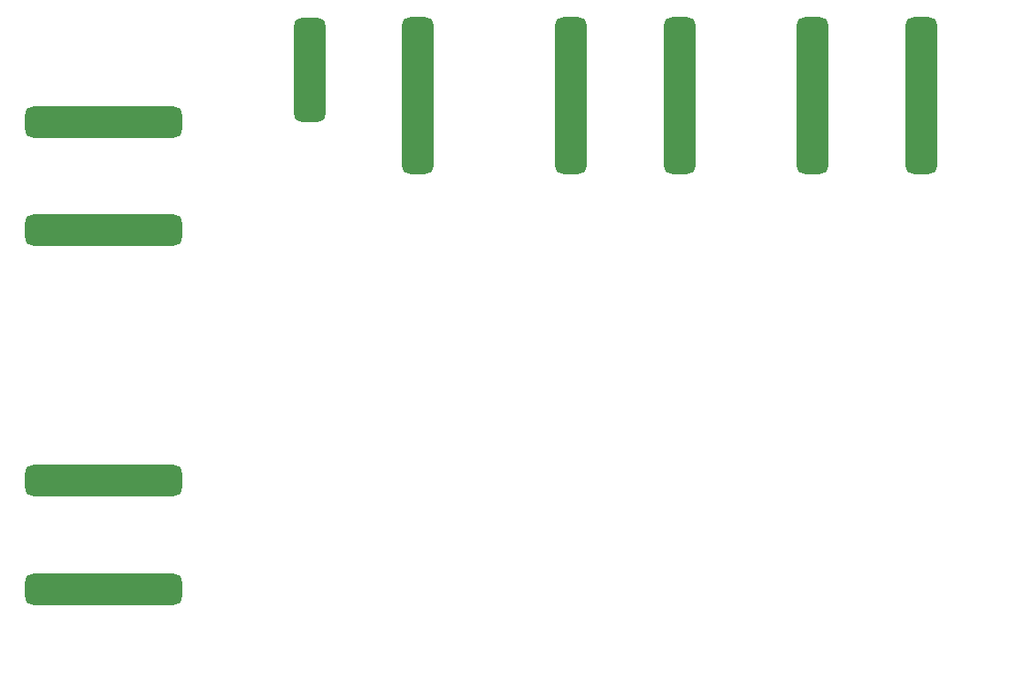
<source format=gbr>
%TF.GenerationSoftware,Altium Limited,Altium Designer,24.0.1 (36)*%
G04 Layer_Color=128*
%FSLAX45Y45*%
%MOMM*%
%TF.SameCoordinates,AD55DBC5-7C0D-423F-88F8-B269A012BA9E*%
%TF.FilePolarity,Positive*%
%TF.FileFunction,Paste,Bot*%
%TF.Part,Single*%
G01*
G75*
%TA.AperFunction,ConnectorPad*%
G04:AMPARAMS|DCode=32|XSize=3mm|YSize=15mm|CornerRadius=0.75mm|HoleSize=0mm|Usage=FLASHONLY|Rotation=90.000|XOffset=0mm|YOffset=0mm|HoleType=Round|Shape=RoundedRectangle|*
%AMROUNDEDRECTD32*
21,1,3.00000,13.50000,0,0,90.0*
21,1,1.50000,15.00000,0,0,90.0*
1,1,1.50000,6.75000,0.75000*
1,1,1.50000,6.75000,-0.75000*
1,1,1.50000,-6.75000,-0.75000*
1,1,1.50000,-6.75000,0.75000*
%
%ADD32ROUNDEDRECTD32*%
G04:AMPARAMS|DCode=39|XSize=3mm|YSize=10mm|CornerRadius=0.75mm|HoleSize=0mm|Usage=FLASHONLY|Rotation=0.000|XOffset=0mm|YOffset=0mm|HoleType=Round|Shape=RoundedRectangle|*
%AMROUNDEDRECTD39*
21,1,3.00000,8.50000,0,0,0.0*
21,1,1.50000,10.00000,0,0,0.0*
1,1,1.50000,0.75000,-4.25000*
1,1,1.50000,-0.75000,-4.25000*
1,1,1.50000,-0.75000,4.25000*
1,1,1.50000,0.75000,4.25000*
%
%ADD39ROUNDEDRECTD39*%
G04:AMPARAMS|DCode=41|XSize=3mm|YSize=15mm|CornerRadius=0.75mm|HoleSize=0mm|Usage=FLASHONLY|Rotation=0.000|XOffset=0mm|YOffset=0mm|HoleType=Round|Shape=RoundedRectangle|*
%AMROUNDEDRECTD41*
21,1,3.00000,13.50000,0,0,0.0*
21,1,1.50000,15.00000,0,0,0.0*
1,1,1.50000,0.75000,-6.75000*
1,1,1.50000,-0.75000,-6.75000*
1,1,1.50000,-0.75000,6.75000*
1,1,1.50000,0.75000,6.75000*
%
%ADD41ROUNDEDRECTD41*%
D32*
X760160Y4446403D02*
D03*
X760160Y5486400D02*
D03*
X760160Y1016000D02*
D03*
X760160Y2055997D02*
D03*
D39*
X2732337Y5979160D02*
D03*
D41*
X3772334Y5740400D02*
D03*
X6272397D02*
D03*
X5232400Y5740400D02*
D03*
X8585200D02*
D03*
X7545203Y5740400D02*
D03*
%TF.MD5,480f84de678f591ed1b05de8340e8ea4*%
M02*

</source>
